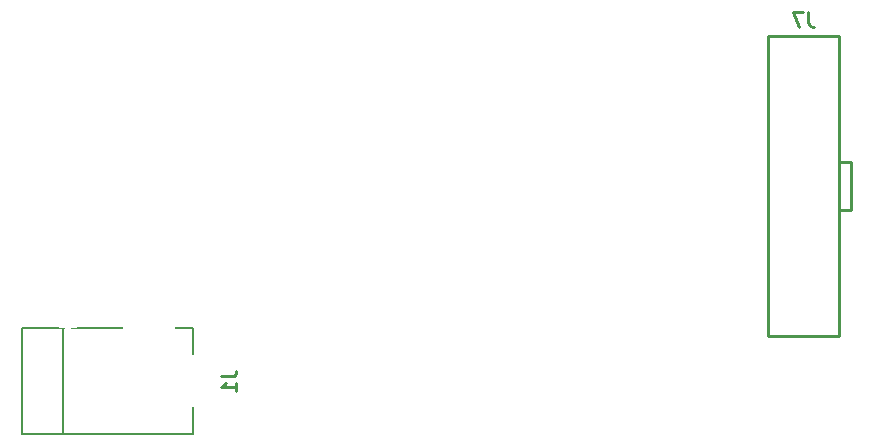
<source format=gbo>
G04 #@! TF.FileFunction,Legend,Bot*
%FSLAX46Y46*%
G04 Gerber Fmt 4.6, Leading zero omitted, Abs format (unit mm)*
G04 Created by KiCad (PCBNEW 4.0.1-stable) date 7/4/2016 23:44:38*
%MOMM*%
G01*
G04 APERTURE LIST*
%ADD10C,0.254000*%
%ADD11C,0.150000*%
%ADD12O,2.406400X1.606400*%
%ADD13R,4.406400X4.406400*%
%ADD14C,2.946400*%
%ADD15C,4.216400*%
%ADD16R,2.133600X2.438400*%
%ADD17O,2.133600X2.438400*%
%ADD18O,2.311400X1.930400*%
%ADD19R,2.311400X1.930400*%
%ADD20C,3.906400*%
%ADD21C,7.406400*%
%ADD22C,1.006400*%
G04 APERTURE END LIST*
D10*
D11*
X-62670500Y-21010880D02*
X-62670500Y-12009120D01*
X-66170620Y-21010880D02*
X-66170620Y-12009120D01*
X-66170620Y-12009120D02*
X-51669760Y-12009120D01*
X-51669760Y-12009120D02*
X-51669760Y-21010880D01*
X-51669760Y-21010880D02*
X-66170620Y-21010880D01*
D10*
X3000000Y2032000D02*
X4064000Y2032000D01*
X4064000Y2032000D02*
X4064000Y-2032000D01*
X4064000Y-2032000D02*
X3000000Y-2032000D01*
X3000000Y12700000D02*
X3000000Y-12700000D01*
X3000000Y-12700000D02*
X-3000000Y-12700000D01*
X-3000000Y-12700000D02*
X-3000000Y12700000D01*
X-3000000Y12700000D02*
X3000000Y12700000D01*
X-49266436Y-16086667D02*
X-48359293Y-16086667D01*
X-48177865Y-16026191D01*
X-48056912Y-15905239D01*
X-47996436Y-15723810D01*
X-47996436Y-15602858D01*
X-47996436Y-17356667D02*
X-47996436Y-16630953D01*
X-47996436Y-16993810D02*
X-49266436Y-16993810D01*
X-49085008Y-16872858D01*
X-48964055Y-16751905D01*
X-48903579Y-16630953D01*
X423333Y14792476D02*
X423333Y13885333D01*
X483809Y13703905D01*
X604761Y13582952D01*
X786190Y13522476D01*
X907142Y13522476D01*
X-60477Y14792476D02*
X-907143Y14792476D01*
X-362858Y13522476D01*
%LPC*%
D12*
X-44578544Y-11251338D03*
X-26798544Y-11251338D03*
X-44578544Y-8711338D03*
X-26798544Y-8711338D03*
X-44578544Y-6171338D03*
X-26798544Y-6171338D03*
X-44578544Y-3631338D03*
X-26798544Y-3631338D03*
X-44578544Y-1091338D03*
X-26798544Y-1091338D03*
X-44578544Y1448662D03*
X-26798544Y1448662D03*
X-44578544Y3988662D03*
X-26798544Y3988662D03*
X-44578544Y6528662D03*
X-26798544Y6528662D03*
X-44578544Y9068662D03*
X-26798544Y9068662D03*
X-44578544Y11608662D03*
X-26798544Y11608662D03*
X-44578544Y14148662D03*
X-26798544Y14148662D03*
X-44578544Y16688662D03*
X-26798544Y16688662D03*
D13*
X-52070000Y-16510000D03*
X-58670000Y-16510000D03*
X-55420000Y-11811000D03*
D14*
X-62230000Y22860000D03*
D15*
X-52070000Y22860000D03*
D14*
X-62230000Y13970000D03*
D15*
X-52070000Y13970000D03*
D14*
X-62230000Y5080000D03*
D15*
X-52070000Y5080000D03*
D14*
X-62230000Y-3810000D03*
D15*
X-52070000Y-3810000D03*
D16*
X-6350000Y24130000D03*
D17*
X-8890000Y24130000D03*
X-11430000Y24130000D03*
X-13970000Y24130000D03*
X-16510000Y24130000D03*
X-19050000Y24130000D03*
D16*
X-6350000Y20320000D03*
D17*
X-8890000Y20320000D03*
X-11430000Y20320000D03*
X-13970000Y20320000D03*
X-16510000Y20320000D03*
X-19050000Y20320000D03*
D18*
X-1270000Y8890000D03*
X1270000Y8890000D03*
X-1270000Y6350000D03*
X1270000Y6350000D03*
X-1270000Y3810000D03*
X1270000Y3810000D03*
X-1270000Y1270000D03*
X1270000Y1270000D03*
X-1270000Y-1270000D03*
X1270000Y-1270000D03*
X-1270000Y-3810000D03*
X1270000Y-3810000D03*
X-1270000Y-6350000D03*
X1270000Y-6350000D03*
X-1270000Y-8890000D03*
D19*
X1270000Y-8890000D03*
D20*
X-62230000Y-10160000D03*
X-57150000Y24130000D03*
D21*
X0Y22860000D03*
D22*
X2625000Y22860000D03*
X1856155Y21003845D03*
X0Y20235000D03*
X-1856155Y21003845D03*
X-2625000Y22860000D03*
X-1856155Y24716155D03*
X0Y25485000D03*
X1856155Y24716155D03*
D21*
X85000Y-17780000D03*
D22*
X2710000Y-17780000D03*
X1941155Y-19636155D03*
X85000Y-20405000D03*
X-1771155Y-19636155D03*
X-2540000Y-17780000D03*
X-1771155Y-15923845D03*
X85000Y-15155000D03*
X1941155Y-15923845D03*
M02*

</source>
